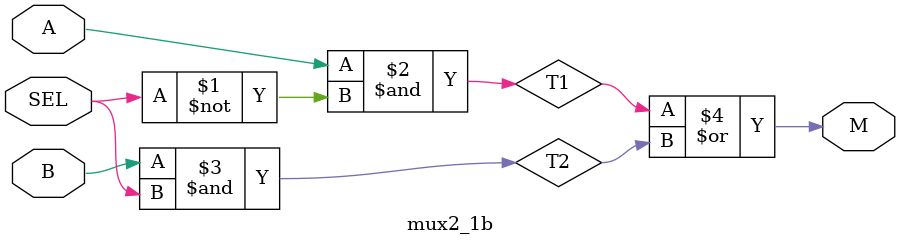
<source format=v>
module mux2_1b (
	input 		A,
	input 		B,
	input 		SEL,
	output		M
);
	wire T1, T2;
	
	and	U1 (T1, A, ~SEL);
	and	U2 (T2, B, SEL);
	
	or		U3 (M, T1, T2);


endmodule

</source>
